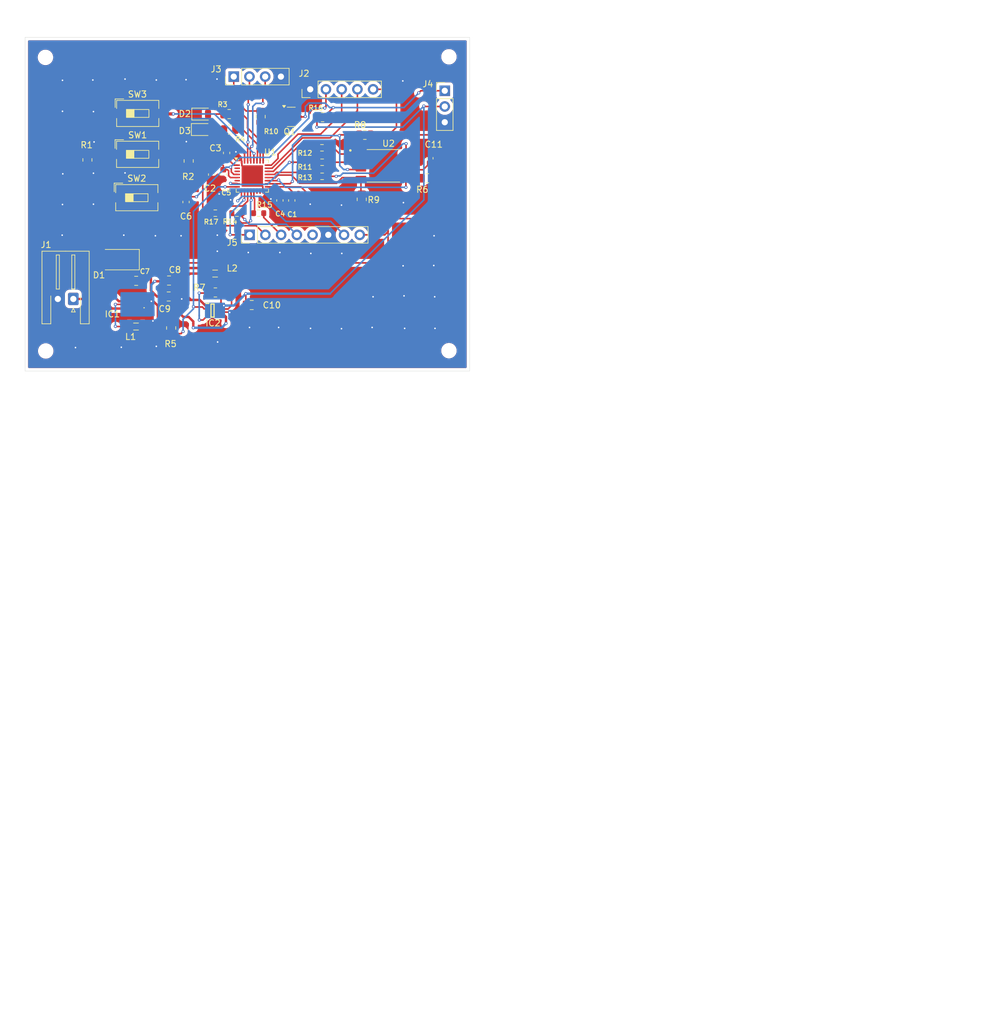
<source format=kicad_pcb>
(kicad_pcb (version 20241229) (generator "pcbnew") (generator_version "9.0")
  (layers (0 "F.Cu" signal) (2 "B.Cu" signal) (13 "F.Paste" user) (15 "B.Paste" user) (5 "F.SilkS" user "F.Silkscreen") (7 "B.SilkS" user "B.Silkscreen") (1 "F.Mask" user) (3 "B.Mask" user) (25 "Edge.Cuts" user))
  (net 0 "")
  (net 1 "GND")
  (net 2 "/NRST")
  (net 3 "+BATT")
  (net 4 "+5V")
  (net 5 "Net-(D1-A)")
  (net 6 "Net-(D2-A)")
  (net 7 "Net-(D3-A)")
  (net 8 "Net-(IC1-Lx)")
  (net 9 "Net-(IC2-SW)")
  (net 10 "/ENABLE_5V_REG")
  (net 11 "Net-(IC2-PG)")
  (net 12 "/SWDIO")
  (net 13 "/SWCLK")
  (net 14 "/LPUART2_TX")
  (net 15 "/LPUART2_RX")
  (net 16 "/AMP_PWM")
  (net 17 "Net-(J5-Pin_3)")
  (net 18 "Net-(J5-Pin_4)")
  (net 19 "/SPI1_NSS_RFID")
  (net 21 "/nRSTPD_RFID")
  (net 22 "Net-(J5-Pin_2)")
  (net 23 "/TIM2_CH1_PWM")
  (net 24 "Net-(R1-Pad2)")
  (net 25 "/BOOT0")
  (net 26 "/LED_01")
  (net 27 "/LED_02")
  (net 28 "/nWP_FLASH")
  (net 29 "/nRESET_FLASH")
  (net 30 "/nCS_FLASH")
  (net 31 "Net-(U2-SCK)")
  (net 32 "/SPI2_SCK_FLASH")
  (net 33 "/SPI2_MOSI_FLASH")
  (net 34 "Net-(U2-SI)")
  (net 35 "/SPI2_MISO_FLASH")
  (net 36 "Net-(U2-SO)")
  (net 37 "/SPI1_MISO_RFID")
  (net 38 "/SPI1_MOSI_RFID")
  (net 39 "/SPI1_SCK_RFID")
  (net 40 "/PUSH_BUTTON_01")
  (net 46 "+3.3V")
  (footprint "Capacitor_SMD:C_0603_1608Metric" (layer "F.Cu") (at 117.025 99.45 -90)
    (property "Reference" "C1")
    (property "Value" "4.7uF")
    (property "VALUE" "" (hide yes))
  )
  (footprint "Capacitor_SMD:C_0603_1608Metric" (layer "F.Cu") (at 105.975 95.25 -90)
    (property "Reference" "C5")
    (property "Value" "10nF")
    (property "VALUE" "" (hide yes))
  )
  (footprint "Connector_PinHeader_2.54mm:PinHeader_1x05_P2.54mm_Vertical" (layer "F.Cu") (at 120 81.5 90)
    (property "Reference" "J2")
    (property "Value" "Conn_01x05")
  )
  (footprint "Resistor_SMD:R_0805_2012Metric" (layer "F.Cu") (at 100.375 93.075 90)
    (property "Reference" "R2")
    (property "Value" "100K")
    (property "VALUE" "" (hide yes))
  )
  (footprint "Inductor_SMD:L_0805_2012Metric" (layer "F.Cu") (at 91.875 119.8)
    (property "Reference" "L1")
    (property "Value" "2.2uH")
    (property "VALUE" "" (hide yes))
  )
  (footprint "Button_Switch_SMD:SW_DIP_SPSTx01_Slide_6.7x4.1mm_W6.73mm_P2.54mm_LowProfile_JPin" (layer "F.Cu") (at 92 99)
    (property "Reference" "SW2")
    (property "Value" "SW_Push")
    (property "VALUE" "" (hide yes))
  )
  (footprint "Capacitor_SMD:C_0603_1608Metric" (layer "F.Cu") (at 115.103743 99.445244 -90)
    (property "Reference" "C4")
    (property "Value" "100nF")
    (property "VALUE" "" (hide yes))
  )
  (footprint "Resistor_SMD:R_0805_2012Metric" (layer "F.Cu") (at 107 88)
    (property "Reference" "R4")
    (property "Value" "56R")
    (property "VALUE" "" (hide yes))
  )
  (footprint "MountingHole:MountingHole_2mm" (layer "F.Cu") (at 142.4 76.25)
    (property "Reference" "REF**" (hide yes))
    (property "Value" "MountingHole_2mm")
  )
  (footprint "Connector_PinHeader_2.54mm:PinHeader_1x08_P2.54mm_Vertical" (layer "F.Cu") (at 110.22 105 90)
    (property "Reference" "J5")
    (property "Value" "Conn_01x08")
    (property "VALUE" "" (hide yes))
  )
  (footprint "MountingHole:MountingHole_2mm" (layer "F.Cu") (at 142.4 123.7)
    (property "Reference" "REF**" (hide yes))
    (property "Value" "MountingHole_2mm")
  )
  (footprint "Resistor_SMD:R_0603_1608Metric" (layer "F.Cu") (at 111.675 101.5)
    (property "Reference" "R15")
    (property "Value" "33R")
    (property "VALUE" "" (hide yes))
  )
  (footprint "Connector_PinHeader_2.54mm:PinHeader_1x04_P2.54mm_Vertical" (layer "F.Cu") (at 107.65 79.45 90)
    (property "Reference" "J3")
    (property "Value" "Conn_01x04")
    (property "VALUE" "" (hide yes))
  )
  (footprint "Capacitor_SMD:C_0603_1608Metric" (layer "F.Cu") (at 104.085432 95.268197 -90)
    (property "Reference" "C2")
    (property "Value" "1uF")
    (property "VALUE" "" (hide yes))
  )
  (footprint "Resistor_SMD:R_0603_1608Metric" (layer "F.Cu") (at 108.175 101.5)
    (property "Reference" "R14")
    (property "Value" "33R")
    (property "VALUE" "" (hide yes))
  )
  (footprint "Resistor_SMD:R_0805_2012Metric" (layer "F.Cu") (at 128.32 99.2675 90)
    (property "Reference" "R9")
    (property "Value" "10K")
    (property "VALUE" "" (hide yes))
  )
  (footprint "Capacitor_SMD:C_0603_1608Metric" (layer "F.Cu") (at 106.5 91.775 90)
    (property "Reference" "C3")
    (property "Value" "100nF")
    (property "VALUE" "" (hide yes))
  )
  (footprint "MountingHole:MountingHole_2mm" (layer "F.Cu") (at 77.25 76.35)
    (property "Reference" "REF**" (hide yes))
    (property "Value" "MountingHole_2mm")
  )
  (footprint "Resistor_SMD:R_0603_1608Metric" (layer "F.Cu") (at 121.925 93.275 180)
    (property "Reference" "R11")
    (property "Value" "33R")
    (property "VALUE" "" (hide yes))
  )
  (footprint "Resistor_SMD:R_0805_2012Metric" (layer "F.Cu") (at 128.82 88.855 180)
    (property "Reference" "R8")
    (property "Value" "10K")
    (property "VALUE" "" (hide yes))
  )
  (footprint "Resistor_SMD:R_0805_2012Metric" (layer "F.Cu") (at 122 86)
    (property "Reference" "R16")
    (property "Value" "10K")
    (property "VALUE" "" (hide yes))
  )
  (footprint "AT45DB021E-SHN-T:SOIC127P798X216-8N" (layer "F.Cu") (at 131.82 93.855)
    (property "Reference" "U2")
    (property "Value" "AT45DB021E-SHN-T")
    (property "VALUE" "" (hide yes))
  )
  (footprint "Inductor_SMD:L_0805_2012Metric" (layer "F.Cu") (at 104.648 111.252)
    (property "Reference" "L2")
    (property "Value" "470nH")
    (property "VALUE" "" (hide yes))
  )
  (footprint "Capacitor_SMD:C_0805_2012Metric" (layer "F.Cu") (at 110.556 116.332)
    (property "Reference" "C10")
    (property "Value" "10uF")
    (property "VALUE" "" (hide yes))
  )
  (footprint "LED_SMD:LED_0805_2012Metric" (layer "F.Cu") (at 102.5625 85.5)
    (property "Reference" "D2")
    (property "Value" "BLUE")
    (property "VALUE" "" (hide yes))
  )
  (footprint "Resistor_SMD:R_0805_2012Metric" (layer "F.Cu") (at 112 85.9125 -90)
    (property "Reference" "R10")
    (property "Value" "10K")
    (property "VALUE" "" (hide yes))
  )
  (footprint "Connector_PinHeader_2.54mm:PinHeader_1x03_P2.54mm_Vertical" (layer "F.Cu") (at 141.725 81.735)
    (property "Reference" "J4")
    (property "Value" "Conn_01x03")
    (property "VALUE" "" (hide yes))
  )
  (footprint "Button_Switch_SMD:SW_DIP_SPSTx01_Slide_6.7x4.1mm_W6.73mm_P2.54mm_LowProfile_JPin" (layer "F.Cu") (at 92.135 92)
    (property "Reference" "SW1")
    (property "Value" "SW_Push")
    (property "VALUE" "" (hide yes))
  )
  (footprint "Capacitor_SMD:C_0603_1608Metric" (layer "F.Cu") (at 99.95 99.7 -90)
    (property "Reference" "C6")
    (property "Value" "100nF")
    (property "VALUE" "" (hide yes))
  )
  (footprint "Resistor_SMD:R_0603_1608Metric" (layer "F.Cu") (at 121.925 95.55 180)
    (property "Reference" "R13")
    (property "Value" "33R")
    (property "VALUE" "" (hide yes))
  )
  (footprint "Capacitor_SMD:C_0805_2012Metric" (layer "F.Cu") (at 97.2 112.375)
    (property "Reference" "C8")
    (property "Value" "10uF")
    (property "VALUE" "" (hide yes))
  )
  (footprint "Capacitor_SMD:C_0805_2012Metric" (layer "F.Cu") (at 97.15 114.95)
    (property "Reference" "C9")
    (property "Value" "10uF")
    (property "VALUE" "" (hide yes))
  )
  (footprint "LED_SMD:LED_0805_2012Metric" (layer "F.Cu") (at 102.5 88)
    (property "Reference" "D3")
    (property "Value" "GREEN")
    (property "VALUE" "" (hide yes))
  )
  (footprint "Resistor_SMD:R_0603_1608Metric" (layer "F.Cu") (at 104.675 101.5)
    (property "Reference" "R17")
    (property "Value" "33R")
    (property "VALUE" "" (hide yes))
  )
  (footprint "XC9288A33CER-G:USP-6C" (layer "F.Cu") (at 91.525 116.225 180)
    (property "Reference" "IC1")
    (property "Value" "XC9288A33CER-G" (hide yes))
    (property "VALUE" "" (hide yes))
  )
  (footprint "Diode_SMD:D_SMA" (layer "F.Cu") (at 88.9 109 180)
    (property "Reference" "D1")
    (property "Value" "SS26")
  )
  (footprint "MountingHole:MountingHole_2mm" (layer "F.Cu") (at 77.3 123.75)
    (property "Reference" "REF**" (hide yes))
    (property "Value" "MountingHole_2mm")
  )
  (footprint "Resistor_SMD:R_0805_2012Metric" (layer "F.Cu") (at 97.55 120.0375 90)
    (property "Reference" "R5")
    (property "Value" "100K")
    (property "VALUE" "" (hide yes))
  )
  (footprint "TPS610333DRLR:SOTFL50P160X60-8N" (layer "F.Cu") (at 104.225 117.225)
    (property "Reference" "IC2")
    (property "Value" "TPS610333DRLR" (hide yes))
    (property "VALUE" "" (hide yes))
  )
  (footprint "Resistor_SMD:R_0603_1608Metric" (layer "F.Cu") (at 121.9 90.95 180)
    (property "Reference" "R12")
    (property "Value" "33R")
    (property "VALUE" "" (hide yes))
  )
  (footprint "Button_Switch_SMD:SW_DIP_SPSTx01_Slide_6.7x4.1mm_W6.73mm_P2.54mm_LowProfile_JPin" (layer "F.Cu") (at 92.15 85.4)
    (property "Reference" "SW3")
    (property "Value" "SW_Push")
    (property "VALUE" "" (hide yes))
  )
  (footprint "Resistor_SMD:R_0805_2012Metric" (layer "F.Cu") (at 104.6875 114.3)
    (property "Reference" "R7")
    (property "Value" "100K")
    (property "VALUE" "" (hide yes))
  )
  (footprint "Resistor_SMD:R_0805_2012Metric" (layer "F.Cu") (at 138.9075 95.855 180)
    (property "Reference" "R6")
    (property "Value" "10K")
    (property "VALUE" "" (hide yes))
  )
  (footprint "Connector_JST:JST_XH_S2B-XH-A-1_1x02_P2.50mm_Horizontal" (layer "F.Cu") (at 81.75 115.35 180)
    (property "Reference" "J1")
    (property "Value" "Conn_01x02")
    (property "VALUE" "" (hide yes))
  )
  (footprint "Package_TO_SOT_SMD:SOT-23" (layer "F.Cu") (at 116.9375 85.95)
    (property "Reference" "Q1")
    (property "Value" "2N7002")
  )
  (footprint "Capacitor_SMD:C_0603_1608Metric" (layer "F.Cu") (at 139.32 92.63 90)
    (property "Reference" "C11")
    (property "Value" "100nF")
    (property "VALUE" "" (hide yes))
  )
  (footprint "Resistor_SMD:R_0805_2012Metric" (layer "F.Cu") (at 106.9125 85.5)
    (property "Reference" "R3")
    (property "Value" "56R")
    (property "VALUE" "" (hide yes))
  )
  (footprint "Capacitor_SMD:C_0805_2012Metric" (layer "F.Cu") (at 91.9 112.425)
    (property "Reference" "C7")
    (property "Value" "10uF")
    (property "VALUE" "" (hide yes))
  )
  (footprint "Package_DFN_QFN:QFN-32-1EP_5x5mm_P0.5mm_EP3.45x3.45mm" (layer "F.Cu") (at 110.65 95.5)
    (property "Reference" "U1")
    (property "Value" "STM32U031K6Ux")
    (property "VALUE" "" (hide yes))
  )
  (footprint "Resistor_SMD:R_0805_2012Metric" (layer "F.Cu") (at 84.025 92.9 90)
    (property "Reference" "R1")
    (property "Value" "1K")
    (property "VALUE" "" (hide yes))
  )
  (gr_rect (start 73.95 73.1) (end 145.75 127) (stroke (width 0.05)) (fill no) (layer "Edge.Cuts"))
  (segment (start 94.6 117.15) (end 93.675 116.225) (width 0.254) (layer "F.Cu") (net 1))
  (segment (start 110.65 95.5) (end 112.3442 97.1942) (width 0.254) (layer "F.Cu") (net 1))
  (segment (start 112.3442 97.1942) (end 112.3442 97.8817) (width 0.254) (layer "F.Cu") (net 1))
  (segment (start 94.225 116.775) (end 92.5 116.775) (width 0.254) (layer "F.Cu") (net 1))
  (segment (start 112.3442 97.8817) (end 112.4 97.9375) (width 0.254) (layer "F.Cu") (net 1))
  (segment (start 108.9672 93.8172) (end 110.65 95.5) (width 0.254) (layer "F.Cu") (net 1))
  (segment (start 98.85 114.95) (end 99.25 115.35) (width 0.254) (layer "F.Cu") (net 1))
  (segment (start 94.6 118.9) (end 94.6 117.15) (width 0.254) (layer "F.Cu") (net 1))
  (segment (start 105.975 96.025) (end 105.3 96.7) (width 0.254) (layer "F.Cu") (net 1))
  (segment (start 108.9672 93.1297) (end 108.9672 93.8172) (width 0.254) (layer "F.Cu") (net 1))
  (segment (start 98.1 114.95) (end 98.85 114.95) (width 0.254) (layer "F.Cu") (net 1))
  (segment (start 105.3 96.7) (end 105.3 98.4) (width 0.254) (layer "F.Cu") (net 1))
  (segment (start 106.9412 117.475) (end 107 117.5338) (width 0.254) (layer "F.Cu") (net 1))
  (segment (start 94.6 117.15) (end 94.225 116.775) (width 0.2032) (layer "F.Cu") (net 1))
  (segment (start 93.675 116.225) (end 92.5 116.225) (width 0.254) (layer "F.Cu") (net 1))
  (segment (start 108 91.6) (end 108.9 92.5) (width 0.254) (layer "F.Cu") (net 1))
  (segment (start 108.9 93.0625) (end 108.9672 93.1297) (width 0.254) (layer "F.Cu") (net 1))
  (segment (start 113.65 99.1875) (end 113.65 99.2) (width 0.254) (layer "F.Cu") (net 1))
  (segment (start 108.9 92.5) (end 108.9 93.0625) (width 0.254) (layer "F.Cu") (net 1))
  (segment (start 105.063 117.475) (end 106.9412 117.475) (width 0.254) (layer "F.Cu") (net 1))
  (segment (start 112.4 97.9375) (end 113.65 99.1875) (width 0.254) (layer "F.Cu") (net 1))
  (via (at 85.1 90) (size 0.508) (drill 0.254) (layers "F.Cu" "B.Cu") (net 1))
  (via (at 107 117.5338) (size 0.508) (drill 0.254) (layers "F.Cu" "B.Cu") (net 1))
  (via (at 105 107.65) (size 0.508) (drill 0.254) (layers "F.Cu" "B.Cu") (net 1))
  (via (at 89.5 123.15) (size 0.508) (drill 0.254) (layers "F.Cu" "B.Cu") (net 1))
  (via (at 82.1 123.2) (size 0.508) (drill 0.254) (layers "F.Cu" "B.Cu") (net 1))
  (via (at 89.9 105.05) (size 0.508) (drill 0.254) (layers "F.Cu" "B.Cu") (net 1))
  (via (at 95 105.15) (size 0.508) (drill 0.254) (layers "F.Cu" "B.Cu") (net 1))
  (via (at 100 89.95) (size 0.508) (drill 0.254) (layers "F.Cu" "B.Cu") (net 1))
  (via (at 140.1 115) (size 0.508) (drill 0.254) (layers "F.Cu" "B.Cu") (net 1))
  (via (at 135.05 99.8) (size 0.508) (drill 0.254) (layers "F.Cu" "B.Cu") (net 1))
  (via (at 85 95.05) (size 0.508) (drill 0.254) (layers "F.Cu" "B.Cu") (net 1))
  (via (at 110 107.85) (size 0.508) (drill 0.254) (layers "F.Cu" "B.Cu") (net 1))
  (via (at 105.3 98.4) (size 0.508) (drill 0.254) (layers "F.Cu" "B.Cu") (net 1))
  (via (at 130 119.95) (size 0.508) (drill 0.254) (layers "F.Cu" "B.Cu") (net 1))
  (via (at 104.95 79.85) (size 0.508) (drill 0.254) (layers "F.Cu" "B.Cu") (net 1))
  (via (at 108 91.6) (size 0.508) (drill 0.254) (layers "F.Cu" "B.Cu") (net 1))
  (via (at 135.15 114.85) (size 0.508) (drill 0.254) (layers "F.Cu" "B.Cu") (net 1))
  (via (at 80 85.05) (size 0.508) (drill 0.254) (layers "F.Cu" "B.Cu") (net 1))
  (via (at 94.6 118.9) (size 0.508) (drill 0.254) (layers "F.Cu" "B.Cu") (net 1))
  (via (at 79.95 105.05) (size 0.508) (drill 0.254) (layers "F.Cu" "B.Cu") (net 1))
  (via (at 120.05 120.1) (size 0.508) (drill 0.254) (layers "F.Cu" "B.Cu") (net 1))
  (via (at 99.15 105.15) (size 0.508) (drill 0.254) (layers "F.Cu" "B.Cu") (net 1))
  (via (at 120.1 108) (size 0.508) (drill 0.254) (layers "F.Cu" "B.Cu") (net 1))
  (via (at 140 105.15) (size 0.508) (drill 0.254) (layers "F.Cu" "B.Cu") (net 1))
  (via (at 84.9 80) (size 0.508) (drill 0.254) (layers "F.Cu" "B.Cu") (net 1))
  (via (at 107.15 99.35) (size 0.508) (drill 0.254) (layers "F.Cu" "B.Cu") (net 1))
  (via (at 110.2 119.95) (size 0.508) (drill 0.254) (layers "F.Cu" "B.Cu") (net 1))
  (via (at 105 105.05) (size 0.508) (drill 0.254) (layers "F.Cu" "B.Cu") (net 1))
  (via (at 115.1 107.85) (size 0.508) (drill 0.254) (layers "F.Cu" "B.Cu") (net 1))
  (via (at 95.15 80) (size 0.508) (drill 0.254) (layers "F.Cu" "B.Cu") (net 1))
  (via (at 114.9 119.95) (size 0.508) (drill 0.254) (layers "F.Cu" "B.Cu") (net 1))
  (via (at 85 100.05) (size 0.508) (drill 0.254) (layers "F.Cu" "B.Cu") (net 1))
  (via (at 135 110) (size 0.508) (drill 0.254) (layers "F.Cu" "B.Cu") (net 1))
  (via (at 139.95 109.95) (size 0.508) (drill 0.254) (layers "F.Cu" "B.Cu") (net 1))
  (via (at 80 100.1) (size 0.508) (drill 0.254) (layers "F.Cu" "B.Cu") (net 1))
  (via (at 99.95 79.95) (size 0.508) (drill 0.254) (layers "F.Cu" "B.Cu") (net 1))
  (via (at 85 85.1) (size 0.508) (drill 0.254) (layers "F.Cu" "B.Cu") (net 1))
  (via (at 80.05 95.15) (size 0.508) (drill 0.254) (layers "F.Cu" "B.Cu") (net 1))
  (via (at 130.15 115) (size 0.508) (drill 0.254) (layers "F.Cu" "B.Cu") (net 1))
  (via (at 95.15 123) (size 0.508) (drill 0.254) (layers "F.Cu" "B.Cu") (net 1))
  (via (at 134.95 80.15) (size 0.508) (drill 0.254) (layers "F.Cu" "B.Cu") (net 1))
  (via (at 135.25 120.1) (size 0.508) (drill 0.254) (layers "F.Cu" "B.Cu") (net 1))
  (via (at 113.65 99.2) (size 0.508) (drill 0.254) (layers "F.Cu" "B.Cu") (net 1))
  (via (at 125.05 100.2) (size 0.508) (drill 0.254) (layers "F.Cu" "B.Cu") (net 1))
  (via (at 140.15 120.1) (size 0.508) (drill 0.254) (layers "F.Cu" "B.Cu") (net 1))
  (via (at 90.1 79.85) (size 0.508) (drill 0.254) (layers "F.Cu" "B.Cu") (net 1))
  (via (at 80 80.05) (size 0.508) (drill 0.254) (layers "F.Cu" "B.Cu") (net 1))
  (via (at 120 100.05) (size 0.508) (drill 0.254) (layers "F.Cu" "B.Cu") (net 1))
  (via (at 90.1 95) (size 0.508) (drill 0.254) (layers "F.Cu" "B.Cu") (net 1))
  (via (at 125.05 120.15) (size 0.508) (drill 0.254) (layers "F.Cu" "B.Cu") (net 1))
  (via (at 99.25 115.35) (size 0.508) (drill 0.254) (layers "F.Cu" "B.Cu") (net 1))
  (via (at 125.1 108) (size 0.508) (drill 0.254) (layers "F.Cu" "B.Cu") (net 1))
  (via (at 105.05 122.3) (size 0.508) (drill 0.254) (layers "F.Cu" "B.Cu") (net 1))
  (segment (start 107.675 95.25) (end 107.2578 94.8328) (width 0.254) (layer "F.Cu") (net 2))
  (segment (start 107.2578 94.8328) (end 107.2578 94.2078) (width 0.254) (layer "F.Cu") (net 2))
  (segment (start 122.35 84.525) (end 122.54 84.335) (width 0.254) (layer "F.Cu") (net 2))
  (segment (start 101.625 98.85) (end 100.025 98.85) (width 0.254) (layer "F.Cu") (net 2))
  (segment (start 99.95 98.925) (end 95.44 98.925) (width 0.508) (layer "F.Cu") (net 2))
  (segment (start 95.44 98.925) (end 95.365 99) (width 0.254) (layer "F.Cu") (net 2))
  (segment (start 122.54 84.335) (end 122.54 81.5) (width 0.254) (layer "F.Cu") (net 2))
  (segment (start 108.2125 95.25) (end 107.675 95.25) (width 0.254) (layer "F.Cu") (net 2))
  (segment (start 107.2578 94.2078) (end 107.125 94.075) (width 0.254) (layer "F.Cu") (net 2))
  (segment (start 100.025 98.85) (end 99.95 98.925) (width 0.254) (layer "F.Cu") (net 2))
  (via (at 107.125 94.075) (size 0.508) (drill 0.254) (layers "F.Cu" "B.Cu") (net 2))
  (via (at 122.35 84.525) (size 0.508) (drill 0.254) (layers "F.Cu" "B.Cu") (net 2))
  (via (at 101.625 98.85) (size 0.508) (drill 0.254) (layers "F.Cu" "B.Cu") (net 2))
  (segment (start 119.775 85.225) (end 119.775 86.15) (width 0.254) (layer "B.Cu") (net 2))
  (segment (start 122.35 84.525) (end 120.475 84.525) (width 0.254) (layer "B.Cu") (net 2))
  (segment (start 119.775 86.15) (end 113.425 92.5) (width 0.254) (layer "B.Cu") (net 2))
  (segment (start 120.475 84.525) (end 119.775 85.225) (width 0.254) (layer "B.Cu") (net 2))
  (segment (start 106.4 94.075) (end 101.625 98.85) (width 0.254) (layer "B.Cu") (net 2))
  (segment (start 122.325 84.5) (end 122.35 84.525) (width 0.254) (layer "B.Cu") (net 2))
  (segment (start 113.425 92.5) (end 108.7 92.5) (width 0.254) (layer "B.Cu") (net 2))
  (segment (start 107.125 94.075) (end 106.4 94.075) (width 0.254) (layer "B.Cu") (net 2))
  (segment (start 108.7 92.5) (end 107.125 94.075) (width 0.254) (layer "B.Cu") (net 2))
  (segment (start 100.4 115.45) (end 100.45 115.5) (width 0.381) (layer "F.Cu") (net 3))
  (segment (start 100.15 111.7) (end 100.15 114.9) (width 0.381) (layer "F.Cu") (net 3))
  (segment (start 94.275 110.275) (end 94.275 113.975) (width 0.381) (layer "F.Cu") (net 3))
  (segment (start 90.95 112.425) (end 88.725 112.425) (width 0.381) (layer "F.Cu") (net 3))
  (segment (start 98.975 116.875) (end 100.4 115.45) (width 0.381) (layer "F.Cu") (net 3))
  (segment (start 87.5672 116.4672) (end 88 116.9) (width 0.381) (layer "F.Cu") (net 3))
  (segment (start 101.125 119.3) (end 101.125 119) (width 0.381) (layer "F.Cu") (net 3))
  (segment (start 87.5672 114.3078) (end 87.5672 116.4672) (width 0.381) (layer "F.Cu") (net 3))
  (segment (start 95.25 114.95) (end 96.2 114.95) (width 0.381) (layer "F.Cu") (net 3))
  (segment (start 105.1072 117.9308) (end 105.063 117.975) (width 0.254) (layer "F.Cu") (net 3))
  (segment (start 90.9 112.375) (end 90.95 112.425) (width 0.2032) (layer "F.Cu") (net 3))
  (segment (start 87.625 114.25) (end 87.5672 114.3078) (width 0.254) (layer "F.Cu") (net 3))
  (segment (start 106.4 119.3) (end 106.4 118.25) (width 0.381) (layer "F.Cu") (net 3))
  (segment (start 100.598 111.252) (end 100.15 111.7) (width 0.381) (layer "F.Cu") (net 3))
  (segment (start 100.375 118.25) (end 99.5 118.25) (width 0.381) (layer "F.Cu") (net 3))
  (segment (start 93 109) (end 94.275 110.275) (width 0.381) (layer "F.Cu") (net 3))
  (segment (start 98.125 116.875) (end 96.2 114.95) (width 0.381) (layer "F.Cu") (net 3))
  (segment (start 106.0808 117.9308) (end 105.1072 117.9308) (width 0.381) (layer "F.Cu") (net 3))
  (segment (start 103.3192 116.4072) (end 103.387 116.475) (width 0.2032) (layer "F.Cu") (net 3))
  (segment (start 90.5156 116.7594) (end 90.55 116.725) (width 0.2032) (layer "F.Cu") (net 3))
  (segment (start 100.45 115.5) (end 100.75 115.5) (width 0.381) (layer "F.Cu") (net 3))
  (segment (start 87.5598 114.1848) (end 87.625 114.25) (width 0.381) (layer "F.Cu") (net 3))
  (segment (start 103.1057 116.4557) (end 103.387 116.4557) (width 0.381) (layer "F.Cu") (net 3))
  (segment (start 103.387 117.475) (end 103.362 117.5) (width 0.254) (layer "F.Cu") (net 3))
  (segment (start 98.125 116.875) (end 98.975 116.875) (width 0.381) (layer "F.Cu") (net 3))
  (segment (start 90.375 116.9) (end 90.55 116.725) (width 0.254) (layer "F.Cu") (net 3))
  (segment (start 100.15 114.9) (end 100.75 115.5) (width 0.381) (layer "F.Cu") (net 3))
  (segment (start 102.15 115.5) (end 103.1057 116.4557) (width 0.381) (layer "F.Cu") (net 3))
  (segment (start 98.3875 117.1375) (end 98.125 116.875) (width 0.381) (layer "F.Cu") (net 3))
  (segment (start 90.9 109) (end 90.9 112.375) (width 0.381) (layer "F.Cu") (net 3))
  (segment (start 90.9 109) (end 93 109) (width 0.381) (layer "F.Cu") (net 3))
  (segment (start 89.1 115.725) (end 87.625 114.25) (width 0.381) (layer "F.Cu") (net 3))
  (segment (start 103.5855 111.252) (end 100.598 111.252) (width 0.381) (layer "F.Cu") (net 3))
  (segment (start 88.725 112.425) (end 87.5598 113.5902) (width 0.381) (layer "F.Cu") (net 3))
  (segment (start 87.5598 113.5902) (end 87.5598 114.1848) (width 0.381) (layer "F.Cu") (net 3))
  (segment (start 101.125 118.933323) (end 101.125 119.3) (width 0.254) (layer "F.Cu") (net 3))
  (segment (start 94.275 113.975) (end 95.25 114.95) (width 0.381) (layer "F.Cu") (net 3))
  (segment (start 106.4 118.25) (end 106.0808 117.9308) (width 0.381) (layer "F.Cu") (net 3))
  (segment (start 101.125 120) (end 101.125 119.3) (width 0.381) (layer "F.Cu") (net 3))
  (segment (start 90.55 115.725) (end 89.1 115.725) (width 0.381) (layer "F.Cu") (net 3))
  (segment (start 100.75 115.5) (end 102.15 115.5) (width 0.381) (layer "F.Cu") (net 3))
  (segment (start 101.125 119) (end 100.375 118.25) (width 0.381) (layer "F.Cu") (net 3))
  (segment (start 88 116.9) (end 90.375 116.9) (width 0.381) (layer "F.Cu") (net 3))
  (segment (start 98.7514 117.4486) (end 98.725 117.475) (width 0.254) (layer "F.Cu") (net 3))
  (segment (start 99.5 118.25) (end 98.725 117.475) (width 0.381) (layer "F.Cu") (net 3))
  (segment (start 98.3875 117.1375) (end 98.725 117.475) (width 0.381) (layer "F.Cu") (net 3))
  (via (at 101.125 120) (size 0.508) (drill 0.254) (layers "F.Cu" "B.Cu") (net 3))
  (via (at 106.4 119.3) (size 0.508) (drill 0.254) (layers "F.Cu" "B.Cu") (net 3))
  (segment (start 106.4 119.3) (end 105.7 120) (width 0.381) (layer "B.Cu") (net 3))
  (segment (start 105.7 120) (end 101.125 120) (width 0.381) (layer "B.Cu") (net 3))
  (segment (start 109.606 114.506) (end 109.6 114.5) (width 0.254) (layer "F.Cu") (net 4))
  (segment (start 121.0875 86) (end 121.0875 87.5875) (width 0.254) (layer "F.Cu") (net 4))
  (segment (start 138.425 84.275) (end 138.35 84.2) (width 0.254) (layer "F.Cu") (net 4))
  (segment (start 105.6 114.3) (end 105.6 115.938) (width 0.254) (layer "F.Cu") (net 4))
  (segment (start 105.9912 116.475) (end 106.05 116.4162) (width 0.254) (layer "F.Cu") (net 4))
  (segment (start 105.6 115.938) (end 105.063 116.475) (width 0.254) (layer "F.Cu") (net 4))
  (segment (start 141.725 84.275) (end 138.425 84.275) (width 0.254) (layer "F.Cu") (net 4))
  (segment (start 121.0875 87.5875) (end 121.075 87.6) (width 0.254) (layer "F.Cu") (net 4))
  (segment (start 109.606 116.332) (end 109.606 114.506) (width 0.254) (layer "F.Cu") (net 4))
  (segment (start 105.063 116.475) (end 105.9912 116.475) (width 0.381) (layer "F.Cu") (net 4))
  (via (at 138.35 84.2) (size 0.508) (drill 0.254) (layers "F.Cu" "B.Cu") (net 4))
  (via (at 106.05 116.4162) (size 0.508) (drill 0.254) (layers "F.Cu" "B.Cu") (net 4))
  (via (at 109.6 114.5) (size 0.508) (drill 0.254) (layers "F.Cu" "B.Cu") (net 4))
  (via (at 121.075 87.6) (size 0.508) (drill 0.254) (layers "F.Cu" "B.Cu") (net 4))
  (segment (start 106.05 116.4162) (end 107.6838 116.4162) (width 0.381) (layer "B.Cu") (net 4))
  (segment (start 134.95 87.6) (end 138.35 84.2) (width 0.254) (layer "B.Cu") (net 4))
  (segment (start 123.2 114.5) (end 138.35 99.35) (width 0.254) (layer "B.Cu") (net 4))
  (segment (start 121.075 87.6) (end 134.95 87.6) (width 0.254) (layer "B.Cu") (net 4))
  (segment (start 107.6838 116.4162) (end 109.6 114.5) (width 0.381) (layer "B.Cu") (net 4))
  (segment (start 109.6 114.5) (end 123.2 114.5) (width 0.381) (layer "B.Cu") (net 4))
  (segment (start 138.35 99.35) (end 138.35 84.2) (width 0.254) (layer "B.Cu") (net 4))
  (segment (start 86.15 115.35) (end 87 114.5) (width 0.381) (layer "F.Cu") (net 5))
  (segment (start 81.75 115.35) (end 86.15 115.35) (width 0.381) (layer "F.Cu") (net 5))
  (segment (start 87 114.5) (end 87 109) (width 0.381) (layer "F.Cu") (net 5))
  (segment (start 103.5 85.5) (end 106 85.5) (width 0.254) (layer "F.Cu") (net 6))
  (segment (start 103.4375 88) (end 106.0875 88) (width 0.254) (layer "F.Cu") (net 7))
  (segment (start 88.55 119.775) (end 88.575 119.8) (width 0.2032) (layer "F.Cu") (net 8))
  (segment (start 90.55 116.225) (end 88.55 116.225) (width 0.254) (layer "F.Cu") (net 8))
  (segment (start 88.575 119.8) (end 90.8125 119.8) (width 0.254) (layer "F.Cu") (net 8))
  (via (at 88.55 119.775) (size 0.508) (drill 0.254) (layers "F.Cu" "B.Cu") (net 8))
  (via (at 88.55 116.225) (size 0.508) (drill 0.254) (layers "F.Cu" "B.Cu") (net 8))
  (segment (start 88.55 116.225) (end 88.55 119.775) (width 0.254) (layer "B.Cu") (net 8))
  (segment (start 106.725 116.975) (end 107.3 116.4) (width 0.254) (layer "F.Cu") (net 9))
  (segment (start 106.552 111.252) (end 105.7105 111.252) (width 0.254) (layer "F.Cu") (net 9))
  (segment (start 105.063 116.975) (end 106.725 116.975) (width 0.254) (layer "F.Cu") (net 9))
  (segment (start 107.3 112) (end 106.552 111.252) (width 0.254) (layer "F.Cu") (net 9))
  (segment (start 107.3 116.4) (end 107.3 112) (width 0.254) (layer "F.Cu") (net 9))
  (segment (start 101.2 116.65) (end 101.15 116.6) (width 0.254) (layer "F.Cu") (net 10))
  (segment (start 102.878926 116.9308) (end 102.8437 116.9308) (width 0.254) (layer "F.Cu") (net 10))
  (segment (start 106.25 97.25) (end 108.2125 97.25) (width 0.254) (layer "F.Cu") (net 10))
  (segment (start 102.8437 116.9308) (end 102.8437 116.895574) (width 0.254) (layer "F.Cu") (net 10))
  (segment (start 102.900126 116.952) (end 102.878926 116.9308) (width 0.254) (layer "F.Cu") (net 10))
  (segment (start 103.364 116.952) (end 103.311274 116.952) (width 0.254) (layer "F.Cu") (net 10))
  (segment (start 103.311274 116.952) (end 102.900126 116.952) (width 0.254) (layer "F.Cu") (net 10))
  (segment (start 99.125 120.95) (end 97.55 120.95) (width 0.254) (layer "F.Cu") (net 10))
  (segment (start 99.475 120.6) (end 99.125 120.95) (width 0.254) (layer "F.Cu") (net 10))
  (segment (start 102.6094 116.661274) (end 102.598126 116.65) (width 0.254) (layer "F.Cu") (net 10))
  (segment (start 103.387 116.975) (end 103.364 116.952) (width 0.254) (layer "F.Cu") (net 10))
  (segment (start 102.8437 116.895574) (end 102.6094 116.661274) (width 0.254) (layer "F.Cu") (net 10))
  (segment (start 102.598126 116.65) (end 101.2 116.65) (width 0.254) (layer "F.Cu") (net 10))
  (via (at 106.25 97.25) (size 0.508) (drill 0.254) (layers "F.Cu" "B.Cu") (net 10))
  (via (at 99.475 120.6) (size 0.508) (drill 0.254) (layers "F.Cu" "B.Cu") (net 10))
  (via (at 101.15 116.6) (size 0.508) (drill 0.254) (layers "F.Cu" "B.Cu") (net 10))
  (segment (start 101.15 116.6) (end 101.15 101.2) (width 0.254) (layer "B.Cu") (net 10))
  (segment (start 101.15 101.2) (end 105.1 97.25) (width 0.254) (layer "B.Cu") (net 10))
  (segment (start 105.1 97.25) (end 106.25 97.25) (width 0.254) (layer "B.Cu") (net 10))
  (segment (start 99.475 118.6166) (end 99.475 120.6) (width 0.254) (layer "B.Cu") (net 10))
  (segment (start 101.15 116.6) (end 101.15 116.9416) (width 0.254) (layer "B.Cu") (net 10))
  (segment (start 101.15 116.9416) (end 99.475 118.6166) (width 0.254) (layer "B.Cu") (net 10))
  (segment (start 102.1 118.75) (end 102.693802 118.75) (width 0.254) (layer "F.Cu") (net 11))
  (segment (start 102.693802 118.75) (end 103.387 118.056802) (width 0.254) (layer "F.Cu") (net 11))
  (segment (start 103.675 114.4) (end 103.775 114.3) (width 0.2032) (layer "F.Cu") (net 11))
  (segment (start 102.075 114.4) (end 103.675 114.4) (width 0.254) (layer "F.Cu") (net 11))
  (via (at 102.075 114.4) (size 0.508) (drill 0.254) (layers "F.Cu" "B.Cu") (net 11))
  (via (at 102.1 118.75) (size 0.508) (drill 0.254) (layers "F.Cu" "B.Cu") (net 11))
  (segment (start 102.075 118.725) (end 102.1 118.75) (width 0.254) (layer "B.Cu") (net 11))
  (segment (start 102.075 118.0084) (end 102.075 118.725) (width 0.254) (layer "B.Cu") (net 11))
  (segment (start 102.075 118.0084) (end 102.075 114.4) (width 0.254) (layer "B.Cu") (net 11))
  (segment (start 102.075 114.275) (end 102.075 114.4) (width 0.2032) (layer "B.Cu") (net 11))
  (segment (start 127.62 84.955) (end 127.62 81.5) (width 0.254) (layer "F.Cu") (net 12))
  (segment (start 113.837072 94.25) (end 118.741233 89.345839) (width 0.254) (layer "F.Cu") (net 12))
  (segment (start 113.0875 94.25) (end 113.837072 94.25) (width 0.254) (layer "F.Cu") (net 12))
  (segment (start 123.229161 89.345839) (end 127.62 84.955) (width 0.254) (layer "F.Cu") (net 12))
  (segment (start 118.741233 89.345839) (end 123.229161 89.345839) (width 0.254) (layer "F.Cu") (net 12))
  (segment (start 121.692946 88.725) (end 118.05 88.725) (width 0.254) (layer "F.Cu") (net 13))
  (segment (start 114.8 92.675) (end 113.725 93.75) (width 0.254) (layer "F.Cu") (net 13))
  (segment (start 118.05 88.725) (end 114.8 91.975) (width 0.254) (layer "F.Cu") (net 13))
  (segment (start 113.725 93.75) (end 113.0875 93.75) (width 0.254) (layer "F.Cu") (net 13))
  (segment (start 114.8 91.975) (end 114.8 92.675) (width 0.254) (layer "F.Cu") (net 13))
  (segment (start 125.08 81.5) (end 125.08 85.337946) (width 0.254) (layer "F.Cu") (net 13))
  (segment (start 125.08 85.337946) (end 121.692946 88.725) (width 0.254) (layer "F.Cu") (net 13))
  (segment (start 112.35 83.775) (end 112.35 81.69) (width 0.254) (layer "F.Cu") (net 14))
  (segment (start 110.4 93.0625) (end 110.3328 92.9953) (width 0.254) (layer "F.Cu") (net 14))
  (segment (start 110.3328 90.9422) (end 110.557632 90.717368) (width 0.254) (layer "F.Cu") (net 14))
  (segment (start 110.3328 92.9953) (end 110.3328 90.9422) (width 0.254) (layer "F.Cu") (net 14))
  (segment (start 112.35 81.69) (end 112.73 81.31) (width 0.254) (layer "F.Cu") (net 14))
  (segment (start 112.73 81.31) (end 112.73 79.45) (width 0.254) (layer "F.Cu") (net 14))
  (via (at 112.35 83.775) (size 0.508) (drill 0.254) (layers "F.Cu" "B.Cu") (net 14))
  (via (at 110.557632 90.717368) (size 0.508) (drill 0.254) (layers "F.Cu" "B.Cu") (net 14))
  (segment (start 111.225 83.775) (end 112.35 83.775) (width 0.254) (layer "B.Cu") (net 14))
  (segment (start 110.725 84.275) (end 111.225 83.775) (width 0.254) (layer "B.Cu") (net 14))
  (segment (start 110.557632 90.717368) (end 110.725 90.55) (width 0.254) (layer "B.Cu") (net 14))
  (segment (start 110.725 90.55) (end 110.725 84.275) (width 0.254) (layer "B.Cu") (net 14))
  (segment (start 109.9 90.075) (end 109.95 90.025) (width 0.254) (layer "F.Cu") (net 15))
  (segment (start 110.19 81.31) (end 110.19 79.45) (width 0.254) (layer "F.Cu") (net 15))
  (segment (start 110 81.5) (end 110 83.975) (width 0.254) (layer "F.Cu") (net 15))
  (segment (start 109.9 93.0625) (end 109.9 90.075) (width 0.254) (layer "F.Cu") (net 15))
  (segment (start 110 81.5) (end 110.19 81.31) (width 0.254) (layer "F.Cu") (net 15))
  (via (at 110 83.975) (size 0.508) (drill 0.254) (layers "F.Cu" "B.Cu") (net 15))
  (via (at 109.95 90.025) (size 0.508) (drill 0.254) (layers "F.Cu" "B.Cu") (net 15))
  (segment (start 109.95 90.025) (end 109.95 84.025) (width 0.254) (layer "B.Cu") (net 15))
  (segment (start 109.95 84.025) (end 110 83.975) (width 0.254) (layer "B.Cu") (net 15))
  (segment (start 122.9125 85.2625) (end 123.725 84.45) (width 0.254) (layer "F.Cu") (net 16))
  (segment (start 137.865 81.735) (end 141.725 81.735) (width 0.254) (layer "F.Cu") (net 16))
  (segment (start 137.525 82.075) (end 137.865 81.735) (width 0.254) (layer "F.Cu") (net 16))
  (segment (start 119.273832 85.95) (end 119.2162 85.892368) (width 0.254) (layer "F.Cu") (net 16))
  (segment (start 119.3 85.95) (end 117.875 85.95) (width 0.254) (layer "F.Cu") (net 16))
  (segment (start 122.9125 86) (end 122.9125 85.2625) (width 0.254) (layer "F.Cu") (net 16))
  (segment (start 119.3 85.95) (end 119.273832 85.95) (width 0.254) (layer "F.Cu") (net 16))
  (via (at 137.525 82.075) (size 0.508) (drill 0.254) (layers "F.Cu" "B.Cu") (net 16))
  (via (at 119.2162 85.892368) (size 0.508) (drill 0.254) (layers "F.Cu" "B.Cu") (net 16))
  (via (at 123.725 84.45) (size 0.508) (drill 0.254) (layers "F.Cu" "B.Cu") (net 16))
  (segment (start 119.2162 84.2838) (end 119.775 83.725) (width 0.254) (layer "B.Cu") (net 16))
  (segment (start 123.15 84.45) (end 123.725 84.45) (width 0.254) (layer "B.Cu") (net 16))
  (segment (start 123.725 84.45) (end 135.15 84.45) (width 0.254) (layer "B.Cu") (net 16))
  (segment (start 119.775 83.725) (end 122.425 83.725) (width 0.254) (layer "B.Cu") (net 16))
  (segment (start 122.425 83.725) (end 123.15 84.45) (width 0.254) (layer "B.Cu") (net 16))
  (segment (start 119.2162 85.892368) (end 119.2162 84.2838) (width 0.254) (layer "B.Cu") (net 16))
  (segment (start 135.15 84.45) (end 137.525 82.075) (width 0.254) (layer "B.Cu") (net 16))
  (segment (start 112.5 101.5) (end 112.5 102.2) (width 0.254) (layer "F.Cu") (net 17))
  (segment (start 112.5 102.2) (end 115.3 105) (width 0.254) (layer "F.Cu") (net 17))
  (segment (start 109 101.5) (end 109 102.1) (width 0.254) (layer "F.Cu") (net 18))
  (segment (start 109 102.1) (end 109.425 102.525) (width 0.254) (layer "F.Cu") (net 18))
  (via (at 109.425 102.525) (size 0.508) (drill 0.254) (layers "F.Cu" "B.Cu") (net 18))
  (segment (start 109.425 102.525) (end 109.425 102.566677) (width 0.254) (layer "B.Cu") (net 18))
  (segment (start 110.143123 103.2848) (end 116.1248 103.2848) (width 0.254) (layer "B.Cu") (net 18))
  (segment (start 109.425 102.566677) (end 110.143123 103.2848) (width 0.254) (layer "B.Cu") (net 18))
  (segment (start 116.1248 103.2848) (end 117.84 105) (width 0.254) (layer "B.Cu") (net 18))
  (segment (start 110.22 105) (end 107.1 105) (width 0.254) (layer "F.Cu") (net 19))
  (segment (start 109.3 99.35) (end 109.4 99.25) (width 0.254) (layer "F.Cu") (net 19))
  (segment (start 109.4 99.25) (end 109.4 97.9375) (width 0.254) (layer "F.Cu") (net 19))
  (segment (start 107.1 105) (end 107.075 104.975) (width 0.254) (layer "F.Cu") (net 19))
  (via (at 107.075 104.975) (size 0.508) (drill 0.254) (layers "F.Cu" "B.Cu") (net 19))
  (via (at 109.3 99.35) (size 0.508) (drill 0.254) (layers "F.Cu" "B.Cu") (net 19))
  (segment (start 107.075 101.575) (end 109.3 99.35) (width 0.254) (layer "B.Cu") (net 19))
  (segment (start 107.075 104.975) (end 107.075 101.575) (width 0.254) (layer "B.Cu") (net 19))
  (segment (start 108.9 98.9) (end 108.3 99.5) (width 0.254) (layer "F.Cu") (net 21))
  (segment (start 108.9 97.9375) (end 108.9 98.9) (width 0.254) (layer "F.Cu") (net 21))
  (via (at 108.3 99.5) (size 0.508) (drill 0.254) (layers "F.Cu" "B.Cu") (net 21))
  (segment (start 123.3 102.825) (end 123.425 102.95) (width 0.254) (layer "B.Cu") (net 21))
  (segment (start 123.425 102.95) (end 123.425 102.965) (width 0.254) (layer "B.Cu") (net 21))
  (segment (start 108.3 99.5) (end 108.25 99.55) (width 0.254) (layer "B.Cu") (net 21))
  (segment (start 123.425 102.965) (end 125.46 105) (width 0.254) (layer "B.Cu") (net 21))
  (segment (start 116.05 102.825) (end 123.3 102.825) (width 0.254) (layer "B.Cu") (net 21))
  (segment (start 109.048541 98.7902) (end 109.0098 98.7902) (width 0.254) (layer "B.Cu") (net 21))
  (segment (start 109.0098 98.7902) (end 108.3 99.5) (width 0.254) (layer "B.Cu") (net 21))
  (segment (start 112.0152 98.7902) (end 116.05 102.825) (width 0.254) (layer "B.Cu") (net 21))
  (segment (start 109.048541 98.7902) (end 112.0152 98.7902) (width 0.254) (layer "B.Cu") (net 21))
  (segment (start 111.285 103.525) (end 106 103.525) (width 0.254) (layer "F.Cu") (net 22))
  (segment (start 105.5 103) (end 105.5 101.5) (width 0.254) (layer "F.Cu") (net 22))
  (segment (start 106 103.525) (end 106 103.5) (width 0.254) (layer "F.Cu") (net 22))
  (segment (start 106 103.5) (end 105.5 103) (width 0.254) (layer "F.Cu") (net 22))
  (segment (start 112.76 105) (end 111.285 103.525) (width 0.254) (layer "F.Cu") (net 22))
  (segment (start 112.4 87.225) (end 112.4 93.0625) (width 0.254) (layer "F.Cu") (net 23))
  (segment (start 112.075 86.9) (end 112 86.825) (width 0.254) (layer "F.Cu") (net 23))
  (segment (start 116 86.9) (end 112.075 86.9) (width 0.254) (layer "F.Cu") (net 23))
  (segment (start 112 86.825) (end 112.4 87.225) (width 0.254) (layer "F.Cu") (net 23))
  (segment (start 84.025 91.9875) (end 88.7575 91.9875) (width 0.508) (layer "F.Cu") (net 24))
  (segment (start 88.7575 91.9875) (end 88.77 92) (width 0.254) (layer "F.Cu") (net 24))
  (segment (start 101.5 89.9) (end 100.375 91.025) (width 0.254) (layer "F.Cu") (net 25))
  (segment (start 107.4 89.9) (end 101.5 89.9) (width 0.254) (layer "F.Cu") (net 25))
  (segment (start 95.5 92) (end 100.2125 92) (width 0.508) (layer "F.Cu") (net 25))
  (segment (start 100.375 91.025) (end 100.375 92.1625) (width 0.254) (layer "F.Cu") (net 25))
  (segment (start 109.4 93.0625) (end 109.4 91.9) (width 0.254) (layer "F.Cu") (net 25))
  (segment (start 100.2125 92) (end 100.375 92.1625) (width 0.254) (layer "F.Cu") (net 25))
  (segment (start 109.4 91.9) (end 107.4 89.9) (width 0.254) (layer "F.Cu") (net 25))
  (segment (start 111.9 93.0625) (end 111.9176 93.0449) (width 0.254) (layer "F.Cu") (net 26))
  (segment (start 111.9176 93.0449) (end 111.9176 89.7676) (width 0.254) (layer "F.Cu") (net 26))
  (segment (start 109.875 87.725) (end 109.875 86.35) (width 0.254) (layer "F.Cu") (net 26))
  (segment (start 109.875 86.35) (end 109.025 85.5) (width 0.254) (layer "F.Cu") (net 26))
  (segment (start 111.9176 89.7676) (end 109.875 87.725) (width 0.254) (layer "F.Cu") (net 26))
  (segment (start 109.025 85.5) (end 107.825 85.5) (width 0.254) (layer "F.Cu") (net 26))
  (segment (start 111.4848 90.3848) (end 109.1 88) (width 0.254) (layer "F.Cu") (net 27))
  (segment (start 111.4 93.0625) (end 111.4 92.575) (width 0.254) (layer "F.Cu") (net 27))
  (segment (start 109.1 88) (end 107.9125 88) (width 0.254) (layer "F.Cu") (net 27))
  (segment (start 111.4 92.575) (end 111.4848 92.4902) (width 0.254) (layer "F.Cu") (net 27))
  (segment (start 111.4848 92.4902) (end 111.4848 90.3848) (width 0.254) (layer "F.Cu") (net 27))
  (segment (start 137.995 95.855) (end 135.545 95.855) (width 0.254) (layer "F.Cu") (net 28))
  (segment (start 114.8 96.25) (end 113.0875 96.25) (width 0.254) (layer "F.Cu") (net 28))
  (segment (start 135.545 95.855) (end 135.45 95.76) (width 0.254) (layer "F.Cu") (net 28))
  (segment (start 135.5 97.375) (end 135.45 97.325) (width 0.254) (layer "F.Cu") (net 28))
  (segment (start 135.45 95.76) (end 135.45 97.325) (width 0.254) (layer "F.Cu") (net 28))
  (segment (start 114.9 96.15) (end 114.8 96.25) (width 0.254) (layer "F.Cu") (net 28))
  (via (at 114.9 96.15) (size 0.508) (drill 0.254) (layers "F.Cu" "B.Cu") (net 28))
  (via (at 135.45 97.325) (size 0.508) (drill 0.254) (layers "F.Cu" "B.Cu") (net 28))
  (segment (start 114.9 96.175) (end 114.9 96.15) (width 0.254) (layer "B.Cu") (net 28))
  (segment (start 116.05 97.325) (end 114.9 96.175) (width 0.254) (layer "B.Cu") (net 28))
  (segment (start 135.45 97.325) (end 116.05 97.325) (width 0.254) (layer "B.Cu") (net 28))
  (segment (start 126.025 94.45) (end 128.15 94.45) (width 0.254) (layer "F.Cu") (net 29))
  (segment (start 117.125 96.375) (end 116.75 96.75) (width 0.254) (layer "F.Cu") (net 29))
  (segment (start 127.9075 88.855) (end 124.82 88.855) (width 0.254) (layer "F.Cu") (net 29))
  (segment (start 116.75 96.75) (end 113.0875 96.75) (width 0.254) (layer "F.Cu") (net 29))
  (segment (start 128.15 94.45) (end 128.19 94.49) (width 0.254) (layer "F.Cu") (net 29))
  (segment (start 124.82 88.855) (end 124.7 88.975) (width 0.254) (layer "F.Cu") (net 29))
  (via (at 117.125 96.375) (size 0.508) (drill 0.254) (layers "F.Cu" "B.Cu") (net 29))
  (via (at 126.025 94.45) (size 0.508) (drill 0.254) (layers "F.Cu" "B.Cu") (net 29))
  (via (at 124.7 88.975) (size 0.508) (drill 0.254) (layers "F.Cu" "B.Cu") (net 29))
  (segment (start 117.2098 93.068123) (end 117.15 93.008323) (width 0.254) (layer "B.Cu") (net 29))
  (segment (start 124.7 88.975) (end 124.775 89.05) (width 0.254) (layer "B.Cu") (net 29))
  (segment (start 117.15 90.525) (end 118.7 88.975) (width 0.254) (layer "B.Cu") (net 29))
  (segment (start 125.4 94.45) (end 126.025 94.45) (width 0.254) (layer "B.Cu") (net 29))
  (segment (start 124.775 93.825) (end 125.4 94.45) (width 0.254) (layer "B.Cu") (net 29))
  (segment (start 117.2098 93.531877) (end 117.2098 93.068123) (width 0.254) (layer "B.Cu") (net 29))
  (segment (start 118.7 88.975) (end 124.7 88.975) (width 0.254) (layer "B.Cu") (net 29))
  (segment (start 117.15 93.008323) (end 117.15 90.525) (width 0.254) (layer "B.Cu") (net 29))
  (segment (start 117.15 93.591677) (end 117.2098 93.531877) (width 0.254) (layer "B.Cu") (net 29))
  (segment (start 124.775 89.05) (end 124.775 93.825) (width 0.254) (layer "B.Cu") (net 29))
  (segment (start 117.15 96.35) (end 117.15 93.591677) (width 0.254) (layer "B.Cu") (net 29))
  (segment (start 117.125 96.375) (end 117.15 96.35) (width 0.254) (layer "B.Cu") (net 29))
  (segment (start 118.275 96.675) (end 116.95 95.35) (width 0.254) (layer "F.Cu") (net 30))
  (segment (start 128.19 95.76) (end 128.19 98.225) (width 0.254) (layer "F.Cu") (net 30))
  (segment (start 128.19 98.225) (end 128.32 98.355) (width 0.254) (layer "F.Cu") (net 30))
  (segment (start 128.19 95.76) (end 125.165 95.76) (width 0.254) (layer "F.Cu") (net 30))
  (segment (start 114.2578 95.75) (end 113.0875 95.75) (width 0.254) (layer "F.Cu") (net 30))
  (segment (start 116.95 95.35) (end 114.7922 95.35) (width 0.254) (layer "F.Cu") (net 30))
  (segment (start 125.165 95.76) (end 124.25 96.675) (width 0.254) (layer "F.Cu") (net 30))
  (segment (start 114.325 95.8172) (end 114.2578 95.75) (width 0.254) (layer "F.Cu") (net 30))
  (segment (start 124.25 96.675) (end 118.275 96.675) (width 0.254) (layer "F.Cu") (net 30))
  (segment (start 114.7922 95.35) (end 114.325 95.8172) (width 0.254) (layer "F.Cu") (net 30))
  (segment (start 122.75 93.275) (end 128.135 93.275) (width 0.254) (layer "F.Cu") (net 31))
  (segment (start 128.135 93.275) (end 128.19 93.22) (width 0.254) (layer "F.Cu") (net 31))
  (segment (start 107.125 96.6912) (end 108.1537 96.6912) (width 0.254) (layer "F.Cu") (net 32))
  (segment (start 108.1537 96.6912) (end 108.2125 96.75) (width 0.254) (layer "F.Cu") (net 32))
  (segment (start 121.1 93.275) (end 116.7 93.275) (width 0.254) (layer "F.Cu") (net 32))
  (segment (start 116.7 93.275) (end 116.675 93.275) (width 0.254) (layer "F.Cu") (net 32))
  (segment (start 116.675 93.275) (end 116.65 93.3) (width 0.254) (layer "F.Cu") (net 32))
  (via (at 107.125 96.6912) (size 0.508) (drill 0.254) (layers "F.Cu" "B.Cu") (net 32))
  (via (at 116.65 93.3) (size 0.508) (drill 0.254) (layers "F.Cu" "B.Cu") (net 32))
  (segment (start 107.125 96.85) (end 107.125 96.6912) (width 0.254) (layer "B.Cu") (net 32))
  (segment (start 116.65 93.3) (end 113.1 96.85) (width 0.254) (layer "B.Cu") (net 32))
  (segment (start 113.1 96.85) (end 107.125 96.85) (width 0.254) (layer "B.Cu") (net 32))
  (segment (start 117.85 90.95) (end 114.05 94.75) (width 0.254) (layer "F.Cu") (net 33))
  (segment (start 121.075 90.95) (end 117.85 90.95) (width 0.254) (layer "F.Cu") (net 33))
  (segment (start 114.05 94.75) (end 113.0875 94.75) (width 0.254) (layer "F.Cu") (net 33))
  (segment (start 123.775 90.95) (end 124.775 91.95) (width 0.254) (layer "F.Cu") (net 34))
  (segment (start 124.775 91.95) (end 128.19 91.95) (width 0.254) (layer "F.Cu") (net 34))
  (segment (start 122.725 90.95) (end 123.775 90.95) (width 0.254) (layer "F.Cu") (net 34))
  (segment (start 120.4672 94.9172) (end 114.578528 94.9172) (width 0.254) (layer "F.Cu") (net 35))
  (segment (start 121.1 95.55) (end 120.4672 94.9172) (width 0.254) (layer "F.Cu") (net 35))
  (segment (start 114.578528 94.9172) (end 114.245728 95.25) (width 0.254) (layer "F.Cu") (net 35))
  (segment (start 114.245728 95.25) (end 113.0875 95.25) (width 0.254) (layer "F.Cu") (net 35))
  (segment (start 135.475 91.925) (end 135.45 91.95) (width 0.254) (layer "F.Cu") (net 36))
  (segment (start 122.75 95.55) (end 124.2 95.55) (width 0.254) (layer "F.Cu") (net 36))
  (segment (start 135.475 90.275) (end 135.475 91.925) (width 0.254) (layer "F.Cu") (net 36))
  (via (at 124.2 95.55) (size 0.508) (drill 0.254) (layers "F.Cu" "B.Cu") (net 36))
  (via (at 135.475 90.275) (size 0.508) (drill 0.254) (layers "F.Cu" "B.Cu") (net 36))
  (segment (start 125.275 95.05) (end 124.85 95.475) (width 0.254) (layer "B.Cu") (net 36))
  (segment (start 130.225 95.05) (end 125.275 95.05) (width 0.254) (layer "B.Cu") (net 36))
  (segment (start 135 90.275) (end 130.225 95.05) (width 0.254) (layer "B.Cu") (net 36))
  (segment (start 124.85 95.475) (end 124.275 95.475) (width 0.254) (layer "B.Cu") (net 36))
  (segment (start 124.275 95.475) (end 124.2 95.55) (width 0.254) (layer "B.Cu") (net 36))
  (segment (start 135.475 90.275) (end 135 90.275) (width 0.254) (layer "B.Cu") (net 36))
  (segment (start 110.4588 99.4) (end 110.4588 97.9963) (width 0.254) (layer "F.Cu") (net 37))
  (segment (start 110.0078 103.0922) (end 108.9422 103.0922) (width 0.254) (layer "F.Cu") (net 37))
  (segment (start 110.4588 97.9963) (end 110.4 97.9375) (width 0.254) (layer "F.Cu") (net 37))
  (segment (start 108.9422 103.0922) (end 107.35 101.5) (width 0.254) (layer "F.Cu") (net 37))
  (segment (start 110.375 102.725) (end 110.0078 103.0922) (width 0.254) (layer "F.Cu") (net 37))
  (via (at 110.375 102.725) (size 0.508) (drill 0.254) (layers "F.Cu" "B.Cu") (net 37))
  (via (at 110.4588 99.4) (size 0.508) (drill 0.254) (layers "F.Cu" "B.Cu") (net 37))
  (segment (start 110.375 102.725) (end 110.375 99.4) (width 0.254) (layer "B.Cu") (net 37))
  (segment (start 110.375 99.4) (end 110.4588 99.4) (width 0.254) (layer "B.Cu") (net 37))
  (segment (start 111.0186 101.3314) (end 111.0186 99.168123) (width 0.254) (layer "F.Cu") (net 38))
  (segment (start 111.0186 99.168123) (end 110.9 99.049523) (width 0.254) (layer "F.Cu") (net 38))
  (segment (start 110.9 99.049523) (end 110.9 97.9375) (width 0.254) (layer "F.Cu") (net 38))
  (segment (start 110.85 101.5) (end 111.0186 101.3314) (width 0.254) (layer "F.Cu") (net 38))
  (segment (start 109.091677 100.35) (end 104.325 100.35) (width 0.254) (layer "F.Cu") (net 39))
  (segment (start 104.325 100.35) (end 104.325 100.375) (width 0.254) (layer "F.Cu") (net 39))
  (segment (start 109.9 99.541677) (end 109.091677 100.35) (width 0.254) (layer "F.Cu") (net 39))
  (segment (start 104.325 100.375) (end 103.85 100.85) (width 0.254) (layer "F.Cu") (net 39))
  (segment (start 109.9 97.9375) (end 109.9 99.541677) (width 0.254) (layer "F.Cu") (net 39))
  (segment (start 103.85 100.85) (end 103.85 101.5) (width 0.254) (layer "F.Cu") (net 39))
  (segment (start 110.9 93.0625) (end 110.9 91.9) (width 0.254) (layer "F.Cu") (net 40))
  (segment (start 95.59 85.475) (end 95.515 85.4) (width 0.254) (layer "F.Cu") (net 40))
  (segment (start 110.9 91.9) (end 110.925 91.875) (width 0.254) (layer "F.Cu") (net 40))
  (segment (start 97.9 85.475) (end 95.59 85.475) (width 0.508) (layer "F.Cu") (net 40))
  (via (at 110.925 91.875) (size 0.508) (drill 0.254) (layers "F.Cu" "B.Cu") (net 40))
  (via (at 97.9 85.475) (size 0.508) (drill 0.254) (layers "F.Cu" "B.Cu") (net 40))
  (segment (start 110.925 91.875) (end 104.525 85.475) (width 0.254) (layer "B.Cu") (net 40))
  (segment (start 104.525 85.475) (end 97.9 85.475) (width 0.254) (layer "B.Cu") (net 40))
  (segment (start 107.125 95.75) (end 108.2125 95.75) (width 0.254) (layer "F.Cu") (net 46))
  (segment (start 86.325 80.9) (end 80.2 87.025) (width 0.254) (layer "F.Cu") (net 46))
  (segment (start 104.9 93.5) (end 105.625 93.5) (width 0.254) (layer "F.Cu") (net 46))
  (segment (start 143.575 94.45) (end 143.575 89.975) (width 0.254) (layer "F.Cu") (net 46))
  (segment (start 94.625 119.8) (end 92.9375 119.8) (width 0.381) (layer "F.Cu") (net 46))
  (segment (start 96.25 109) (end 96.25 112.375) (width 0.254) (layer "F.Cu") (net 46))
  (segment (start 105.975 94.475) (end 106.625 94.475) (width 0.254) (layer "F.Cu") (net 46))
  (segment (start 132.575 101.85) (end 131.85 101.125) (width 0.254) (layer "F.Cu") (net 46))
  (segment (start 122.375 101.125) (end 118.5 97.25) (width 0.254) (layer "F.Cu") (net 46))
  (segment (start 115.103743 97.803743) (end 114.7 97.4) (width 0.254) (layer "F.Cu") (net 46))
  (segment (start 106.825 95.45) (end 107.125 95.75) (width 0.254) (layer "F.Cu") (net 46))
  (segment (start 139.82 98.35) (end 139.82 101.255) (width 0.254) (layer "F.Cu") (net 46))
  (segment (start 132.55 81.525) (end 132.525 81.5) (width 0.254) (layer "F.Cu") (net 46))
  (segment (start 105.2 93) (end 104.75 92.55) (width 0.254) (layer "F.Cu") (net 46))
  (segment (start 143.575 89.975) (end 142.455 88.855) (width 0.254) (layer "F.Cu") (net 46))
  (segment (start 130.905 100.18) (end 128.32 100.18) (width 0.254) (layer "F.Cu") (net 46))
  (segment (start 104.085432 93.864568) (end 104.45 93.5) (width 0.254) (layer "F.Cu") (net 46))
  (segment (start 138.235 94.49) (end 135.45 94.49) (width 0.254) (layer "F.Cu") (net 46))
  (segment (start 102.65 93.45) (end 102.65 108.45) (width 0.254) (layer "F.Cu") (net 46))
  (segment (start 103.55 92.55) (end 102.65 93.45) (width 0.254) (layer "F.Cu") (net 46))
  (segment (start 80.2 87.025) (end 80.2 93.35) (width 0.254) (layer "F.Cu") (net 46))
  (segment (start 139.82 98.35) (end 142.275 98.35) (width 0.254) (layer "F.Cu") (net 46))
  (segment (start 101.775 80.9) (end 86.325 80.9) (width 0.254) (layer "F.Cu") (net 46))
  (segment (start 131.425 109.525) (end 132.575 108.375) (width 0.254) (layer "F.Cu") (net 46))
  (segment (start 114.175 97.25) (end 113.0875 97.25) (width 0.254) (layer "F.Cu") (net 46))
  (segment (start 142.48 93.405) (end 143.525 94.45) (width 0.254) (layer "F.Cu") (net 46))
  (segment (start 104.9 93.5) (end 105.2 93.2) (width 0.254) (layer "F.Cu") (net 46))
  (segment (start 104.085432 94.493197) (end 104.085432 93.864568) (width 0.254) (layer "F.Cu") (net 46))
  (segment (start 93.8 106.55) (end 96.25 109) (width 0.254) (layer "F.Cu") (net 46))
  (segment (start 92.5 115.725) (end 94.675 115.725) (width 0.381) (layer "F.Cu") (net 46))
  (segment (start 132.05 105) (end 132.575 104.475) (width 0.254) (layer "F.Cu") (net 46))
  (segment (start 94.675 115.725) (end 95.4 116.45) (width 0.381) (layer "F.Cu") (net 46))
  (segment (start 132.575 108.375) (end 132.575 104.475) (width 0.254) (layer "F.Cu") (net 46))
  (segment (start 104.45 93.5) (end 104.9 93.5) (width 0.254) (layer "F.Cu") (net 46))
  (segment (start 105.975 93.85) (end 105.975 94.475) (width 0.254) (layer "F.Cu") (net 46))
  (segment (start 115.103743 98.670244) (end 115.103743 97.803743) (width 0.254) (layer "F.Cu") (net 46))
  (segment (start 139.82 101.255) (end 138.7 102.375) (width 0.254) (layer "F.Cu") (net 46))
  (segment (start 114.55 97.25) (end 114.175 97.25) (width 0.254) (layer "F.Cu") (net 46))
  (segment (start 128 105) (end 132.05 105) (width 0.254) (layer "F.Cu") (net 46))
  (segment (start 104.025 82.95) (end 102.8625 81.7875) (width 0.254) (layer "F.Cu") (net 46))
  (segment (start 139.82 98.35) (end 139.82 95.855) (width 0.254) (layer "F.Cu") (net 46))
  (segment (start 107.65 81) (end 106.8625 81.7875) (width 0.254) (layer "F.Cu") (net 46))
  (segment (start 104.675 92.55) (end 103.55 92.55) (width 0.254) (layer "F.Cu") (net 46))
  (segment (start 106.625 94.475) (end 106.825 94.675) (width 0.254) (layer "F.Cu") (net 46))
  (segment (start 107.65 79.45) (end 107.65 81) (width 0.254) (layer "F.Cu") (net 46))
  (segment (start 84.025 104.4) (end 86.175 106.55) (width 0.254) (layer "F.Cu") (net 46))
  (segment (start 116.325 97.25) (end 114.175 97.25) (width 0.254) (layer "F.Cu") (net 46))
  (segment (start 132.575 104.475) (end 132.575 101.85) (width 0.254) (layer "F.Cu") (net 46))
  (segment (start 96.125 112.5) (end 96.25 112.375) (width 0.254) (layer "F.Cu") (net 46))
  (segment (start 95.4 116.45) (end 95.4 119.025) (width 0.381) (layer "F.Cu") (net 46))
  (segment (start 86.175 106.55) (end 93.8 106.55) (width 0.254) (layer "F.Cu") (net 46))
  (segment (start 109.65 85) (end 107.6 82.95) (width 0.254) (layer "F.Cu") (net 46))
  (segment (start 118.5 97.25) (end 116.325 97.25) (width 0.254) (layer "F.Cu") (net 46))
  (segment (start 132.525 81.5) (end 130.16 81.5) (width 0.254) (layer "F.Cu") (net 46))
  (segment (start 132.575 81.525) (end 132.55 81.525) (width 0.254) (layer "F.Cu") (net 46))
  (segment (start 114.7 97.4) (end 114.55 97.25) (width 0.254) (layer "F.Cu") (net 46))
  (segment (start 116 85) (end 112 85) (width 0.254) (layer "F.Cu") (net 46))
  (segment (start 142.275 98.35) (end 143.575 97.05) (width 0.254) (layer "F.Cu") (net 46))
  (segment (start 102.8625 81.7875) (end 102.6625 81.7875) (width 0.254) (layer "F.Cu") (net 46))
  (segment (start 143.525 94.45) (end 143.575 94.45) (width 0.254) (layer "F.Cu") (net 46))
  (segment (start 132.7 88.855) (end 129.7325 88.855) (width 0.254) (layer "F.Cu") (net 46))
  (segment (start 117.025 98.675) (end 117.025 97.95) (width 0.254) (layer "F.Cu") (net 46))
  (segment (start 131.85 101.125) (end 130.905 100.18) (width 0.254) (layer "F.Cu") (net 46))
  (segment (start 106.825 94.675) (end 106.825 95.45) (width 0.254) (layer "F.Cu") (net 46))
  (segment (start 142.455 88.855) (end 132.7 88.855) (width 0.254) (layer "F.Cu") (net 46))
  (segment (start 132.7 88.855) (end 132.7 88.85) (width 0.254) (layer "F.Cu") (net 46))
  (segment (start 102.6625 81.7875) (end 101.775 80.9) (width 0.254) (layer "F.Cu") (net 46))
  (segment (start 84.025 93.8125) (end 84.025 104.4) (width 0.254) (layer "F.Cu") (net 46))
  (segment (start 96.25 110.8) (end 96.25 112.375) (width 0.254) (layer "F.Cu") (net 46))
  (segment (start 103.725 109.525) (end 131.425 109.525) (width 0.254) (layer "F.Cu") (net 46))
  (segment (start 105.2 93.2) (end 105.2 93) (width 0.254) (layer "F.Cu") (net 46))
  (segment (start 132.7 88.85) (end 133.925 87.625) (width 0.254) (layer "F.Cu") (net 46))
  (segment (start 104.75 92.55) (end 104.675 92.55) (width 0.254) (layer "F.Cu") (net 46))
  (segment (start 117.025 97.95) (end 116.325 97.25) (width 0.254) (layer "F.Cu") (net 46))
  (segment (start 138.7 102.375) (end 133.1 102.375) (width 0.254) (layer "F.Cu") (net 46))
  (segment (start 94.9 112.5) (end 96.125 112.5) (width 0.381) (layer "F.Cu") (net 46))
  (segment (start 133.925 82.875) (end 132.575 81.525) (width 0.254) (layer "F.Cu") (net 46))
  (segment (start 108.2125 93.75) (end 107.7 93.75) (width 0.254) (layer "F.Cu") (net 46))
  (segment (start 139.32 93.405) (end 142.48 93.405) (width 0.254) (layer "F.Cu") (net 46))
  (segment (start 107.7 93.75) (end 106.5 92.55) (width 0.254) (layer "F.Cu") (net 46))
  (segment (start 105.625 93.5) (end 105.975 93.85) (width 0.254) (layer "F.Cu") (net 46))
  (segment (start 106.8625 81.7875) (end 102.8625 81.7875) (width 0.254) (layer "F.Cu") (net 46))
  (segment (start 95.4 119.025) (end 94.625 119.8) (width 0.381) (layer "F.Cu") (net 46))
  (segment (start 112 85) (end 109.65 85) (width 0.254) (layer "F.Cu") (net 46))
  (segment (start 133.925 87.625) (end 133.925 82.875) (width 0.254) (layer "F.Cu") (net 46))
  (segment (start 106.5 92.55) (end 104.675 92.55) (width 0.254) (layer "F.Cu") (net 46))
  (segment (start 80.6625 93.8125) (end 84.025 93.8125) (width 0.254) (layer "F.Cu") (net 46))
  (segment (start 131.85 101.125) (end 122.375 101.125) (width 0.254) (layer "F.Cu") (net 46))
  (segment (start 143.575 97.05) (end 143.575 94.45) (width 0.254) (layer "F.Cu") (net 46))
  (segment (start 103.725 109.525) (end 97.525 109.525) (width 0.254) (layer "F.Cu") (net 46))
  (segment (start 139.32 93.405) (end 138.235 94.49) (width 0.254) (layer "F.Cu") (net 46))
  (segment (start 107.6 82.95) (end 104.025 82.95) (width 0.254) (layer "F.Cu") (net 46))
  (segment (start 80.2 93.35) (end 80.6625 93.8125) (width 0.254) (layer "F.Cu") (net 46))
  (segment (start 133.1 102.375) (end 132.575 101.85) (width 0.254) (layer "F.Cu") (net 46))
  (segment (start 102.65 108.45) (end 103.725 109.525) (width 0.254) (layer "F.Cu") (net 46))
  (segment (start 97.525 109.525) (end 96.25 110.8) (width 0.254) (layer "F.Cu") (net 46))
  (via (at 94.35 115.725) (size 0.508) (drill 0.254) (layers "F.Cu" "B.Cu") (net 46))
  (via (at 94.9 112.5) (size 0.508) (drill 0.254) (layers "F.Cu" "B.Cu") (net 46))
  (segment (start 94.35 113.05) (end 94.9 112.5) (width 0.381) (layer "B.Cu") (net 46))
  (segment (start 94.35 115.725) (end 94.35 113.05) (width 0.381) (layer "B.Cu") (net 46))
  (zone (net 0) (net_name "") (layer "F.Cu") (connect_pads yes (clearance 0)) (min_thickness 0.254)
    (keepout (tracks not_allowed) (vias not_allowed) (pads not_allowed) (copperpour not_allowed) (footprints allowed))
    (fill (thermal_gap 0.508) (thermal_bridge_width 0.508))
    (polygon (pts (xy 88.9 90.05) (xy 88.9 91.1) (xy 90.15 91.1) (xy 90.15 92.95) (xy 88.9 92.95) (xy 88.9 93.95) (xy 95.35 93.95) (xy 95.35 92.9) (xy 94.15 92.9) (xy 94.15 91.05) (xy 95.35 91.05) (xy 95.35 90.05)))
  )
  (zone (net 0) (net_name "") (layer "F.Cu") (connect_pads yes (clearance 0)) (min_thickness 0.254)
    (keepout (tracks not_allowed) (vias not_allowed) (pads not_allowed) (copperpour not_allowed) (footprints allowed))
    (fill (thermal_gap 0.508) (thermal_bridge_width 0.508))
    (polygon (pts (xy 88.75 97.05) (xy 88.75 98.05) (xy 89.95 98.15) (xy 90 99.8) (xy 88.8 99.9) (xy 88.8 100.95) (xy 95.2 100.95) (xy 95.15 99.85) (xy 93.95 99.85) (xy 93.95 97.95) (xy 95.25 97.95) (xy 95.25 97.05)))
  )
  (zone (net 0) (net_name "") (layer "F.Cu") (connect_pads yes (clearance 0)) (min_thickness 0.254)
    (keepout (tracks not_allowed) (vias not_allowed) (pads not_allowed) (copperpour not_allowed) (footprints allowed))
    (fill (thermal_gap 0.508) (thermal_bridge_width 0.508))
    (polygon (pts (xy 95.35 87.35) (xy 89 87.35) (xy 89 86.25) (xy 90.1 86.25) (xy 90.15 84.6) (xy 88.95 84.6) (xy 88.95 83.5) (xy 95.35 83.5) (xy 95.35 84.55) (xy 94.15 84.6) (xy 94.15 86.3) (xy 95.3 86.3)))
  )
  (zone (net 1) (net_name "GND") (layers "F.Cu" "B.Cu") (connect_pads yes (clearance 0.508)) (min_thickness 0.254) (fill yes (thermal_gap 0.508) (thermal_bridge_width 0.508))
    (polygon (pts (xy 73.95 73.1) (xy 145.75 73.1) (xy 145.75 127) (xy 73.95 127)))
  )
  (zone (net 46) (net_name "+3.3V") (layer "B.Cu") (priority 1) (connect_pads (clearance 0.508)) (min_thickness 0.25) (fill yes (thermal_gap 0.5) (thermal_bridge_width 0.5))
    (polygon (pts (xy 89.35 114.25) (xy 89.35 118.2) (xy 94.881657 118.2) (xy 94.831657 114.25)))
  )
  (zone (net 4) (net_name "+5V") (layer "B.Cu") (priority 2) (connect_pads (clearance 0.508)) (min_thickness 0.25) (fill yes (thermal_gap 0.5) (thermal_bridge_width 0.5))
    (polygon (pts (xy 103 115.95) (xy 106.25 115.95) (xy 106.25 118.45) (xy 103 118.45)))
  )
)
</source>
